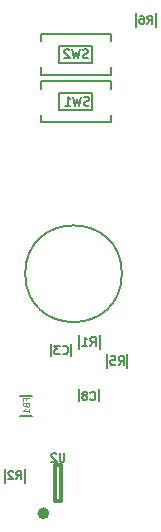
<source format=gbr>
G04 #@! TF.FileFunction,Legend,Bot*
%FSLAX46Y46*%
G04 Gerber Fmt 4.6, Leading zero omitted, Abs format (unit mm)*
G04 Created by KiCad (PCBNEW 4.0.4-stable) date 12/28/16 17:07:54*
%MOMM*%
%LPD*%
G01*
G04 APERTURE LIST*
%ADD10C,0.100000*%
%ADD11C,0.127000*%
%ADD12C,0.150000*%
%ADD13C,0.307000*%
%ADD14C,0.500000*%
%ADD15C,0.125000*%
G04 APERTURE END LIST*
D10*
D11*
X155067753Y-83005000D02*
G75*
G03X155067753Y-83005000I-4092753J0D01*
G01*
D12*
X149090000Y-89950000D02*
X149090000Y-88950000D01*
X150790000Y-88950000D02*
X150790000Y-89950000D01*
X151400000Y-93775000D02*
X151400000Y-92775000D01*
X153100000Y-92775000D02*
X153100000Y-93775000D01*
X146475000Y-93325000D02*
X147475000Y-93325000D01*
X147475000Y-95025000D02*
X146475000Y-95025000D01*
X151435000Y-88220000D02*
X151435000Y-89420000D01*
X153185000Y-89420000D02*
X153185000Y-88220000D01*
X155535000Y-90980000D02*
X155535000Y-89780000D01*
X153785000Y-89780000D02*
X153785000Y-90980000D01*
X157985000Y-62140000D02*
X157985000Y-60940000D01*
X156235000Y-60940000D02*
X156235000Y-62140000D01*
X152580000Y-63730000D02*
X149780000Y-63730000D01*
X149780000Y-63730000D02*
X149780000Y-65130000D01*
X149780000Y-65130000D02*
X152580000Y-65130000D01*
X152580000Y-65130000D02*
X152580000Y-63730000D01*
X148180000Y-62680000D02*
X148180000Y-63330000D01*
X148180000Y-66180000D02*
X148180000Y-65530000D01*
X154180000Y-65530000D02*
X154180000Y-66180000D01*
X154180000Y-62680000D02*
X154180000Y-63330000D01*
X148180000Y-62680000D02*
X154180000Y-62680000D01*
X154180000Y-66180000D02*
X148180000Y-66180000D01*
X149780000Y-69130000D02*
X152580000Y-69130000D01*
X152580000Y-69130000D02*
X152580000Y-67730000D01*
X152580000Y-67730000D02*
X149780000Y-67730000D01*
X149780000Y-67730000D02*
X149780000Y-69130000D01*
X154180000Y-70180000D02*
X154180000Y-69530000D01*
X154180000Y-66680000D02*
X154180000Y-67330000D01*
X148180000Y-67330000D02*
X148180000Y-66680000D01*
X148180000Y-70180000D02*
X148180000Y-69530000D01*
X154180000Y-70180000D02*
X148180000Y-70180000D01*
X148180000Y-66680000D02*
X154180000Y-66680000D01*
D13*
X149441000Y-102283000D02*
X149949000Y-102283000D01*
X149441000Y-99235000D02*
X149441000Y-102283000D01*
X149949000Y-99235000D02*
X149441000Y-99235000D01*
X149949000Y-102283000D02*
X149949000Y-99235000D01*
D14*
X148675000Y-103299000D02*
G75*
G03X148675000Y-103299000I-250000J0D01*
G01*
D12*
X145150000Y-99525000D02*
X145150000Y-100725000D01*
X146900000Y-100725000D02*
X146900000Y-99525000D01*
X150065000Y-89767857D02*
X150100714Y-89803571D01*
X150207857Y-89839286D01*
X150279286Y-89839286D01*
X150386429Y-89803571D01*
X150457857Y-89732143D01*
X150493572Y-89660714D01*
X150529286Y-89517857D01*
X150529286Y-89410714D01*
X150493572Y-89267857D01*
X150457857Y-89196429D01*
X150386429Y-89125000D01*
X150279286Y-89089286D01*
X150207857Y-89089286D01*
X150100714Y-89125000D01*
X150065000Y-89160714D01*
X149815000Y-89089286D02*
X149350714Y-89089286D01*
X149600714Y-89375000D01*
X149493572Y-89375000D01*
X149422143Y-89410714D01*
X149386429Y-89446429D01*
X149350714Y-89517857D01*
X149350714Y-89696429D01*
X149386429Y-89767857D01*
X149422143Y-89803571D01*
X149493572Y-89839286D01*
X149707857Y-89839286D01*
X149779286Y-89803571D01*
X149815000Y-89767857D01*
X152386666Y-93630000D02*
X152420000Y-93663333D01*
X152520000Y-93696667D01*
X152586666Y-93696667D01*
X152686666Y-93663333D01*
X152753333Y-93596667D01*
X152786666Y-93530000D01*
X152820000Y-93396667D01*
X152820000Y-93296667D01*
X152786666Y-93163333D01*
X152753333Y-93096667D01*
X152686666Y-93030000D01*
X152586666Y-92996667D01*
X152520000Y-92996667D01*
X152420000Y-93030000D01*
X152386666Y-93063333D01*
X151986666Y-93296667D02*
X152053333Y-93263333D01*
X152086666Y-93230000D01*
X152120000Y-93163333D01*
X152120000Y-93130000D01*
X152086666Y-93063333D01*
X152053333Y-93030000D01*
X151986666Y-92996667D01*
X151853333Y-92996667D01*
X151786666Y-93030000D01*
X151753333Y-93063333D01*
X151720000Y-93130000D01*
X151720000Y-93163333D01*
X151753333Y-93230000D01*
X151786666Y-93263333D01*
X151853333Y-93296667D01*
X151986666Y-93296667D01*
X152053333Y-93330000D01*
X152086666Y-93363333D01*
X152120000Y-93430000D01*
X152120000Y-93563333D01*
X152086666Y-93630000D01*
X152053333Y-93663333D01*
X151986666Y-93696667D01*
X151853333Y-93696667D01*
X151786666Y-93663333D01*
X151753333Y-93630000D01*
X151720000Y-93563333D01*
X151720000Y-93430000D01*
X151753333Y-93363333D01*
X151786666Y-93330000D01*
X151853333Y-93296667D01*
D15*
X146974286Y-93713334D02*
X146974286Y-93546668D01*
X147236190Y-93546668D02*
X146736190Y-93546668D01*
X146736190Y-93784763D01*
X146974286Y-94141905D02*
X146998095Y-94213334D01*
X147021905Y-94237143D01*
X147069524Y-94260953D01*
X147140952Y-94260953D01*
X147188571Y-94237143D01*
X147212381Y-94213334D01*
X147236190Y-94165715D01*
X147236190Y-93975239D01*
X146736190Y-93975239D01*
X146736190Y-94141905D01*
X146760000Y-94189524D01*
X146783810Y-94213334D01*
X146831429Y-94237143D01*
X146879048Y-94237143D01*
X146926667Y-94213334D01*
X146950476Y-94189524D01*
X146974286Y-94141905D01*
X146974286Y-93975239D01*
X147236190Y-94737143D02*
X147236190Y-94451429D01*
X147236190Y-94594286D02*
X146736190Y-94594286D01*
X146807619Y-94546667D01*
X146855238Y-94499048D01*
X146879048Y-94451429D01*
D12*
X152410000Y-89109286D02*
X152660000Y-88752143D01*
X152838572Y-89109286D02*
X152838572Y-88359286D01*
X152552857Y-88359286D01*
X152481429Y-88395000D01*
X152445714Y-88430714D01*
X152410000Y-88502143D01*
X152410000Y-88609286D01*
X152445714Y-88680714D01*
X152481429Y-88716429D01*
X152552857Y-88752143D01*
X152838572Y-88752143D01*
X151695714Y-89109286D02*
X152124286Y-89109286D01*
X151910000Y-89109286D02*
X151910000Y-88359286D01*
X151981429Y-88466429D01*
X152052857Y-88537857D01*
X152124286Y-88573571D01*
X154790000Y-90739286D02*
X155040000Y-90382143D01*
X155218572Y-90739286D02*
X155218572Y-89989286D01*
X154932857Y-89989286D01*
X154861429Y-90025000D01*
X154825714Y-90060714D01*
X154790000Y-90132143D01*
X154790000Y-90239286D01*
X154825714Y-90310714D01*
X154861429Y-90346429D01*
X154932857Y-90382143D01*
X155218572Y-90382143D01*
X154111429Y-89989286D02*
X154468572Y-89989286D01*
X154504286Y-90346429D01*
X154468572Y-90310714D01*
X154397143Y-90275000D01*
X154218572Y-90275000D01*
X154147143Y-90310714D01*
X154111429Y-90346429D01*
X154075714Y-90417857D01*
X154075714Y-90596429D01*
X154111429Y-90667857D01*
X154147143Y-90703571D01*
X154218572Y-90739286D01*
X154397143Y-90739286D01*
X154468572Y-90703571D01*
X154504286Y-90667857D01*
X157216666Y-61846667D02*
X157450000Y-61513333D01*
X157616666Y-61846667D02*
X157616666Y-61146667D01*
X157350000Y-61146667D01*
X157283333Y-61180000D01*
X157250000Y-61213333D01*
X157216666Y-61280000D01*
X157216666Y-61380000D01*
X157250000Y-61446667D01*
X157283333Y-61480000D01*
X157350000Y-61513333D01*
X157616666Y-61513333D01*
X156616666Y-61146667D02*
X156750000Y-61146667D01*
X156816666Y-61180000D01*
X156850000Y-61213333D01*
X156916666Y-61313333D01*
X156950000Y-61446667D01*
X156950000Y-61713333D01*
X156916666Y-61780000D01*
X156883333Y-61813333D01*
X156816666Y-61846667D01*
X156683333Y-61846667D01*
X156616666Y-61813333D01*
X156583333Y-61780000D01*
X156550000Y-61713333D01*
X156550000Y-61546667D01*
X156583333Y-61480000D01*
X156616666Y-61446667D01*
X156683333Y-61413333D01*
X156816666Y-61413333D01*
X156883333Y-61446667D01*
X156916666Y-61480000D01*
X156950000Y-61546667D01*
X152180000Y-64733571D02*
X152072857Y-64769286D01*
X151894286Y-64769286D01*
X151822857Y-64733571D01*
X151787143Y-64697857D01*
X151751428Y-64626429D01*
X151751428Y-64555000D01*
X151787143Y-64483571D01*
X151822857Y-64447857D01*
X151894286Y-64412143D01*
X152037143Y-64376429D01*
X152108571Y-64340714D01*
X152144286Y-64305000D01*
X152180000Y-64233571D01*
X152180000Y-64162143D01*
X152144286Y-64090714D01*
X152108571Y-64055000D01*
X152037143Y-64019286D01*
X151858571Y-64019286D01*
X151751428Y-64055000D01*
X151501428Y-64019286D02*
X151322857Y-64769286D01*
X151180000Y-64233571D01*
X151037142Y-64769286D01*
X150858571Y-64019286D01*
X150608571Y-64090714D02*
X150572857Y-64055000D01*
X150501428Y-64019286D01*
X150322857Y-64019286D01*
X150251428Y-64055000D01*
X150215714Y-64090714D01*
X150179999Y-64162143D01*
X150179999Y-64233571D01*
X150215714Y-64340714D01*
X150644285Y-64769286D01*
X150179999Y-64769286D01*
X152280000Y-68733571D02*
X152172857Y-68769286D01*
X151994286Y-68769286D01*
X151922857Y-68733571D01*
X151887143Y-68697857D01*
X151851428Y-68626429D01*
X151851428Y-68555000D01*
X151887143Y-68483571D01*
X151922857Y-68447857D01*
X151994286Y-68412143D01*
X152137143Y-68376429D01*
X152208571Y-68340714D01*
X152244286Y-68305000D01*
X152280000Y-68233571D01*
X152280000Y-68162143D01*
X152244286Y-68090714D01*
X152208571Y-68055000D01*
X152137143Y-68019286D01*
X151958571Y-68019286D01*
X151851428Y-68055000D01*
X151601428Y-68019286D02*
X151422857Y-68769286D01*
X151280000Y-68233571D01*
X151137142Y-68769286D01*
X150958571Y-68019286D01*
X150279999Y-68769286D02*
X150708571Y-68769286D01*
X150494285Y-68769286D02*
X150494285Y-68019286D01*
X150565714Y-68126429D01*
X150637142Y-68197857D01*
X150708571Y-68233571D01*
X150208333Y-98216667D02*
X150208333Y-98783333D01*
X150175000Y-98850000D01*
X150141667Y-98883333D01*
X150075000Y-98916667D01*
X149941667Y-98916667D01*
X149875000Y-98883333D01*
X149841667Y-98850000D01*
X149808333Y-98783333D01*
X149808333Y-98216667D01*
X149508334Y-98283333D02*
X149475000Y-98250000D01*
X149408334Y-98216667D01*
X149241667Y-98216667D01*
X149175000Y-98250000D01*
X149141667Y-98283333D01*
X149108334Y-98350000D01*
X149108334Y-98416667D01*
X149141667Y-98516667D01*
X149541667Y-98916667D01*
X149108334Y-98916667D01*
X146116667Y-100416667D02*
X146350001Y-100083333D01*
X146516667Y-100416667D02*
X146516667Y-99716667D01*
X146250001Y-99716667D01*
X146183334Y-99750000D01*
X146150001Y-99783333D01*
X146116667Y-99850000D01*
X146116667Y-99950000D01*
X146150001Y-100016667D01*
X146183334Y-100050000D01*
X146250001Y-100083333D01*
X146516667Y-100083333D01*
X145850001Y-99783333D02*
X145816667Y-99750000D01*
X145750001Y-99716667D01*
X145583334Y-99716667D01*
X145516667Y-99750000D01*
X145483334Y-99783333D01*
X145450001Y-99850000D01*
X145450001Y-99916667D01*
X145483334Y-100016667D01*
X145883334Y-100416667D01*
X145450001Y-100416667D01*
M02*

</source>
